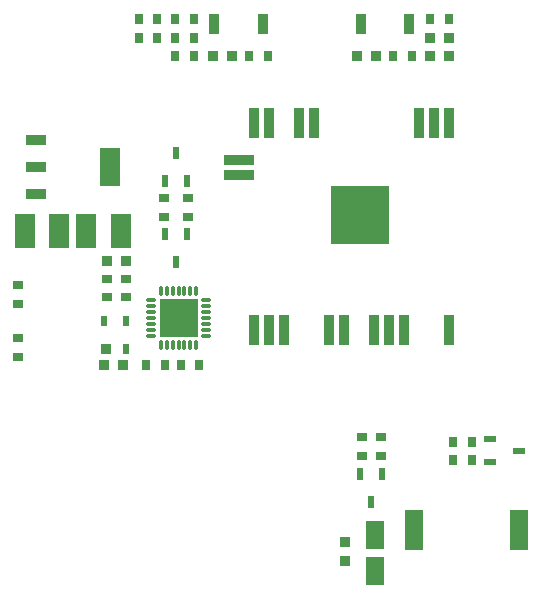
<source format=gtp>
G04*
G04 #@! TF.GenerationSoftware,Altium Limited,Altium Designer,23.4.1 (23)*
G04*
G04 Layer_Color=8421504*
%FSLAX44Y44*%
%MOMM*%
G71*
G04*
G04 #@! TF.SameCoordinates,2E05C734-F49D-4732-BD03-9418B1375616*
G04*
G04*
G04 #@! TF.FilePolarity,Positive*
G04*
G01*
G75*
%ADD19R,0.8000X0.9500*%
%ADD20R,3.2500X3.2500*%
%ADD21O,0.3500X0.9500*%
%ADD22O,0.9500X0.3500*%
%ADD23R,0.7500X0.9500*%
%ADD24R,0.9500X0.9500*%
%ADD25R,0.9500X0.8000*%
%ADD26R,0.5500X0.9500*%
%ADD27R,0.9500X0.9500*%
%ADD28R,0.6000X1.0000*%
%ADD29R,0.9000X1.7000*%
%ADD30R,1.5500X2.4000*%
%ADD31R,1.5000X3.4000*%
%ADD32R,1.7500X0.9500*%
%ADD33R,1.7500X3.2000*%
%ADD34R,0.9000X2.5400*%
%ADD35R,2.5400X0.9000*%
%ADD36R,5.0000X5.0000*%
%ADD37R,1.8000X2.9000*%
%ADD38R,1.0000X0.6000*%
G36*
X314811Y334137D02*
Y302489D01*
X283151D01*
Y334137D01*
X314811D01*
D02*
G37*
D19*
X163000Y191500D02*
D03*
X147000D02*
D03*
X204750Y453250D02*
D03*
X220750D02*
D03*
X142000D02*
D03*
X158000D02*
D03*
X142000Y468750D02*
D03*
X158000D02*
D03*
X142000Y484250D02*
D03*
X158000D02*
D03*
X326750Y453250D02*
D03*
X342750D02*
D03*
X133500Y191500D02*
D03*
X117500D02*
D03*
X358000Y484250D02*
D03*
X374000D02*
D03*
X393750Y111250D02*
D03*
X377750D02*
D03*
X393750Y126750D02*
D03*
X377750D02*
D03*
D20*
X145250Y231250D02*
D03*
D21*
X130250Y254250D02*
D03*
X135250D02*
D03*
X140250D02*
D03*
X145250D02*
D03*
X150250D02*
D03*
X155250D02*
D03*
X160250D02*
D03*
X155250Y208250D02*
D03*
X150250D02*
D03*
X145250D02*
D03*
X140250D02*
D03*
X135250D02*
D03*
X130250D02*
D03*
X160250D02*
D03*
D22*
X168250Y246250D02*
D03*
Y241250D02*
D03*
Y236250D02*
D03*
Y231250D02*
D03*
Y226250D02*
D03*
Y221250D02*
D03*
Y216250D02*
D03*
X122250D02*
D03*
Y221250D02*
D03*
Y226250D02*
D03*
Y231250D02*
D03*
Y236250D02*
D03*
Y241250D02*
D03*
Y246250D02*
D03*
D23*
X111500Y468750D02*
D03*
X127000D02*
D03*
X111500Y484250D02*
D03*
X127000D02*
D03*
D24*
X190250Y453250D02*
D03*
X174250D02*
D03*
X312250D02*
D03*
X296250D02*
D03*
X84500Y279500D02*
D03*
X100500D02*
D03*
X98500Y191500D02*
D03*
X82500D02*
D03*
X374000Y453250D02*
D03*
X358000D02*
D03*
Y468750D02*
D03*
X374000D02*
D03*
D25*
X84500Y248750D02*
D03*
Y264750D02*
D03*
X9750Y198500D02*
D03*
Y214500D02*
D03*
Y259000D02*
D03*
Y243000D02*
D03*
X133250Y316750D02*
D03*
Y332750D02*
D03*
X153250D02*
D03*
Y316750D02*
D03*
X100500Y264750D02*
D03*
Y248750D02*
D03*
X317000Y114500D02*
D03*
Y130500D02*
D03*
X301000Y114500D02*
D03*
Y130500D02*
D03*
D26*
X82000Y228750D02*
D03*
X101000D02*
D03*
Y205250D02*
D03*
D27*
X84000D02*
D03*
X286133Y41929D02*
D03*
Y25930D02*
D03*
D28*
X143250Y371000D02*
D03*
X152750Y347000D02*
D03*
X133750D02*
D03*
X143250Y278500D02*
D03*
X133750Y302500D02*
D03*
X152750D02*
D03*
X308039Y75630D02*
D03*
X298539Y99630D02*
D03*
X317539D02*
D03*
D29*
X216500Y480000D02*
D03*
X175500D02*
D03*
X299500D02*
D03*
X340500D02*
D03*
D30*
X311750Y17500D02*
D03*
Y48000D02*
D03*
D31*
X433500Y51500D02*
D03*
X344500D02*
D03*
D32*
X24250Y336000D02*
D03*
Y359000D02*
D03*
Y382000D02*
D03*
D33*
X87250Y359000D02*
D03*
D34*
X374000Y220800D02*
D03*
X335900D02*
D03*
X323200D02*
D03*
X310500D02*
D03*
X285100D02*
D03*
X272400D02*
D03*
X234300D02*
D03*
X221600D02*
D03*
X208900D02*
D03*
Y396000D02*
D03*
X221600D02*
D03*
X247000D02*
D03*
X259700D02*
D03*
X348600D02*
D03*
X361300D02*
D03*
X374000D02*
D03*
D35*
X196200Y352750D02*
D03*
Y365450D02*
D03*
D36*
X299000Y318300D02*
D03*
D37*
X15000Y305000D02*
D03*
X44000D02*
D03*
X96250Y305000D02*
D03*
X67250D02*
D03*
D38*
X409250Y128500D02*
D03*
Y109500D02*
D03*
X433250Y119000D02*
D03*
M02*

</source>
